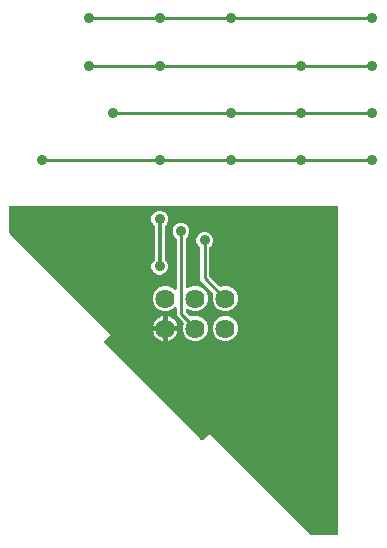
<source format=gbr>
G04 EAGLE Gerber RS-274X export*
G75*
%MOMM*%
%FSLAX34Y34*%
%LPD*%
%INBottom Copper*%
%IPPOS*%
%AMOC8*
5,1,8,0,0,1.08239X$1,22.5*%
G01*
%ADD10C,1.625600*%
%ADD11C,0.904800*%
%ADD12C,1.650000*%
%ADD13C,0.304800*%
%ADD14C,0.254000*%

G36*
X280118Y2556D02*
X280118Y2556D01*
X280237Y2563D01*
X280275Y2576D01*
X280316Y2581D01*
X280426Y2624D01*
X280539Y2661D01*
X280574Y2683D01*
X280611Y2698D01*
X280707Y2767D01*
X280808Y2831D01*
X280836Y2861D01*
X280869Y2884D01*
X280945Y2976D01*
X281026Y3063D01*
X281046Y3098D01*
X281071Y3129D01*
X281122Y3237D01*
X281180Y3341D01*
X281190Y3381D01*
X281207Y3417D01*
X281229Y3534D01*
X281259Y3649D01*
X281263Y3709D01*
X281267Y3729D01*
X281265Y3750D01*
X281269Y3810D01*
X281269Y280000D01*
X281254Y280118D01*
X281247Y280237D01*
X281234Y280275D01*
X281229Y280316D01*
X281186Y280426D01*
X281149Y280539D01*
X281127Y280574D01*
X281112Y280611D01*
X281043Y280707D01*
X280979Y280808D01*
X280949Y280836D01*
X280926Y280869D01*
X280834Y280945D01*
X280747Y281026D01*
X280712Y281046D01*
X280681Y281071D01*
X280573Y281122D01*
X280469Y281180D01*
X280429Y281190D01*
X280393Y281207D01*
X280276Y281229D01*
X280161Y281259D01*
X280101Y281263D01*
X280081Y281267D01*
X280060Y281265D01*
X280000Y281269D01*
X3810Y281269D01*
X3692Y281254D01*
X3573Y281247D01*
X3535Y281234D01*
X3494Y281229D01*
X3384Y281186D01*
X3271Y281149D01*
X3236Y281127D01*
X3199Y281112D01*
X3103Y281043D01*
X3002Y280979D01*
X2974Y280949D01*
X2941Y280926D01*
X2865Y280834D01*
X2784Y280747D01*
X2764Y280712D01*
X2739Y280681D01*
X2688Y280573D01*
X2630Y280469D01*
X2620Y280429D01*
X2603Y280393D01*
X2581Y280276D01*
X2551Y280161D01*
X2547Y280101D01*
X2543Y280081D01*
X2545Y280060D01*
X2541Y280000D01*
X2541Y258578D01*
X2553Y258480D01*
X2556Y258381D01*
X2573Y258323D01*
X2581Y258263D01*
X2617Y258171D01*
X2645Y258075D01*
X2675Y258023D01*
X2698Y257967D01*
X2756Y257887D01*
X2806Y257801D01*
X2872Y257726D01*
X2884Y257710D01*
X2894Y257702D01*
X2912Y257681D01*
X87541Y173052D01*
X87541Y170948D01*
X85681Y169088D01*
X83297Y166703D01*
X83224Y166609D01*
X83145Y166520D01*
X83126Y166484D01*
X83102Y166452D01*
X83054Y166343D01*
X83000Y166237D01*
X82991Y166197D01*
X82975Y166160D01*
X82957Y166043D01*
X82931Y165927D01*
X82932Y165886D01*
X82925Y165846D01*
X82937Y165728D01*
X82940Y165609D01*
X82951Y165570D01*
X82955Y165530D01*
X82996Y165417D01*
X83029Y165303D01*
X83049Y165268D01*
X83063Y165230D01*
X83130Y165132D01*
X83190Y165029D01*
X83230Y164984D01*
X83241Y164967D01*
X83257Y164954D01*
X83297Y164908D01*
X164908Y83297D01*
X165002Y83224D01*
X165092Y83145D01*
X165128Y83126D01*
X165160Y83102D01*
X165269Y83054D01*
X165375Y83000D01*
X165414Y82991D01*
X165452Y82975D01*
X165569Y82957D01*
X165685Y82931D01*
X165726Y82932D01*
X165766Y82925D01*
X165884Y82937D01*
X166003Y82940D01*
X166042Y82951D01*
X166082Y82955D01*
X166194Y82996D01*
X166309Y83029D01*
X166343Y83049D01*
X166382Y83063D01*
X166480Y83130D01*
X166583Y83190D01*
X166628Y83230D01*
X166645Y83241D01*
X166658Y83257D01*
X166703Y83297D01*
X169088Y85681D01*
X170948Y87541D01*
X173052Y87541D01*
X257681Y2912D01*
X257759Y2852D01*
X257831Y2784D01*
X257884Y2755D01*
X257932Y2718D01*
X258023Y2678D01*
X258110Y2630D01*
X258168Y2615D01*
X258224Y2591D01*
X258322Y2576D01*
X258417Y2551D01*
X258518Y2545D01*
X258538Y2541D01*
X258550Y2543D01*
X258578Y2541D01*
X280000Y2541D01*
X280118Y2556D01*
G37*
%LPC*%
G36*
X157878Y166631D02*
X157878Y166631D01*
X153957Y168255D01*
X150955Y171257D01*
X149331Y175178D01*
X149331Y179422D01*
X150137Y181366D01*
X150144Y181395D01*
X150158Y181421D01*
X150186Y181548D01*
X150220Y181673D01*
X150221Y181702D01*
X150227Y181731D01*
X150223Y181861D01*
X150226Y181991D01*
X150219Y182020D01*
X150218Y182049D01*
X150182Y182174D01*
X150151Y182300D01*
X150138Y182326D01*
X150129Y182355D01*
X150063Y182466D01*
X150003Y182581D01*
X149983Y182603D01*
X149968Y182629D01*
X149861Y182749D01*
X144189Y188422D01*
X144189Y194137D01*
X144172Y194275D01*
X144159Y194414D01*
X144152Y194433D01*
X144149Y194453D01*
X144098Y194582D01*
X144051Y194713D01*
X144040Y194730D01*
X144032Y194748D01*
X143951Y194861D01*
X143873Y194976D01*
X143857Y194989D01*
X143846Y195006D01*
X143738Y195095D01*
X143634Y195186D01*
X143616Y195196D01*
X143601Y195209D01*
X143475Y195268D01*
X143351Y195331D01*
X143331Y195335D01*
X143313Y195344D01*
X143176Y195370D01*
X143041Y195401D01*
X143020Y195400D01*
X143001Y195404D01*
X142862Y195395D01*
X142723Y195391D01*
X142703Y195385D01*
X142683Y195384D01*
X142551Y195341D01*
X142417Y195303D01*
X142400Y195292D01*
X142381Y195286D01*
X142263Y195212D01*
X142143Y195141D01*
X142122Y195123D01*
X142112Y195116D01*
X142098Y195101D01*
X142023Y195035D01*
X140643Y193655D01*
X136722Y192031D01*
X132478Y192031D01*
X128557Y193655D01*
X125555Y196657D01*
X123931Y200578D01*
X123931Y204822D01*
X125555Y208743D01*
X128557Y211745D01*
X132478Y213369D01*
X136722Y213369D01*
X140643Y211745D01*
X142023Y210365D01*
X142132Y210280D01*
X142239Y210191D01*
X142258Y210183D01*
X142274Y210170D01*
X142402Y210115D01*
X142527Y210056D01*
X142547Y210052D01*
X142566Y210044D01*
X142704Y210022D01*
X142840Y209996D01*
X142860Y209997D01*
X142880Y209994D01*
X143019Y210007D01*
X143157Y210016D01*
X143176Y210022D01*
X143196Y210024D01*
X143328Y210071D01*
X143459Y210114D01*
X143477Y210125D01*
X143496Y210132D01*
X143611Y210210D01*
X143728Y210284D01*
X143742Y210299D01*
X143759Y210310D01*
X143851Y210414D01*
X143946Y210516D01*
X143956Y210533D01*
X143969Y210549D01*
X144033Y210673D01*
X144100Y210794D01*
X144105Y210814D01*
X144114Y210832D01*
X144144Y210968D01*
X144179Y211102D01*
X144181Y211130D01*
X144184Y211142D01*
X144183Y211163D01*
X144189Y211263D01*
X144189Y253294D01*
X144177Y253392D01*
X144174Y253491D01*
X144157Y253549D01*
X144149Y253609D01*
X144113Y253702D01*
X144085Y253797D01*
X144055Y253849D01*
X144032Y253905D01*
X143974Y253985D01*
X143924Y254071D01*
X143858Y254146D01*
X143846Y254163D01*
X143836Y254170D01*
X143818Y254191D01*
X142011Y255998D01*
X140935Y258595D01*
X140935Y261405D01*
X142011Y264002D01*
X143998Y265989D01*
X146595Y267065D01*
X149405Y267065D01*
X152002Y265989D01*
X153989Y264002D01*
X155065Y261405D01*
X155065Y258595D01*
X153989Y255998D01*
X152182Y254191D01*
X152122Y254113D01*
X152054Y254041D01*
X152025Y253988D01*
X151988Y253940D01*
X151948Y253849D01*
X151900Y253763D01*
X151885Y253704D01*
X151861Y253648D01*
X151846Y253550D01*
X151821Y253455D01*
X151815Y253355D01*
X151811Y253334D01*
X151813Y253322D01*
X151811Y253294D01*
X151811Y212663D01*
X151828Y212525D01*
X151841Y212386D01*
X151848Y212367D01*
X151851Y212347D01*
X151902Y212218D01*
X151949Y212087D01*
X151960Y212070D01*
X151968Y212052D01*
X152049Y211939D01*
X152127Y211824D01*
X152143Y211811D01*
X152154Y211794D01*
X152262Y211706D01*
X152366Y211614D01*
X152384Y211604D01*
X152399Y211591D01*
X152525Y211532D01*
X152649Y211469D01*
X152669Y211464D01*
X152687Y211456D01*
X152823Y211430D01*
X152959Y211399D01*
X152980Y211400D01*
X152999Y211396D01*
X153138Y211405D01*
X153277Y211409D01*
X153297Y211415D01*
X153317Y211416D01*
X153449Y211459D01*
X153583Y211497D01*
X153600Y211508D01*
X153619Y211514D01*
X153737Y211588D01*
X153857Y211659D01*
X153878Y211678D01*
X153888Y211684D01*
X153902Y211699D01*
X153951Y211742D01*
X157878Y213369D01*
X162122Y213369D01*
X166043Y211745D01*
X169045Y208743D01*
X170669Y204822D01*
X170669Y200578D01*
X169045Y196657D01*
X166043Y193655D01*
X162122Y192031D01*
X157878Y192031D01*
X153944Y193661D01*
X153868Y193720D01*
X153761Y193809D01*
X153742Y193817D01*
X153726Y193830D01*
X153598Y193885D01*
X153473Y193944D01*
X153453Y193948D01*
X153434Y193956D01*
X153297Y193978D01*
X153160Y194004D01*
X153140Y194003D01*
X153120Y194006D01*
X152982Y193993D01*
X152843Y193984D01*
X152824Y193978D01*
X152804Y193976D01*
X152673Y193929D01*
X152541Y193886D01*
X152524Y193875D01*
X152504Y193868D01*
X152389Y193790D01*
X152272Y193716D01*
X152258Y193701D01*
X152241Y193690D01*
X152149Y193586D01*
X152054Y193484D01*
X152044Y193467D01*
X152031Y193451D01*
X151967Y193327D01*
X151900Y193206D01*
X151895Y193186D01*
X151886Y193168D01*
X151856Y193032D01*
X151821Y192898D01*
X151819Y192870D01*
X151816Y192858D01*
X151817Y192837D01*
X151811Y192737D01*
X151811Y192104D01*
X151823Y192006D01*
X151826Y191907D01*
X151843Y191849D01*
X151851Y191789D01*
X151887Y191697D01*
X151915Y191601D01*
X151945Y191549D01*
X151968Y191493D01*
X152026Y191413D01*
X152076Y191328D01*
X152142Y191252D01*
X152154Y191236D01*
X152164Y191228D01*
X152182Y191207D01*
X155541Y187849D01*
X155564Y187831D01*
X155583Y187808D01*
X155689Y187733D01*
X155792Y187654D01*
X155819Y187642D01*
X155843Y187625D01*
X155964Y187579D01*
X156084Y187527D01*
X156113Y187523D01*
X156140Y187512D01*
X156269Y187498D01*
X156398Y187478D01*
X156427Y187480D01*
X156457Y187477D01*
X156585Y187495D01*
X156714Y187507D01*
X156742Y187517D01*
X156771Y187521D01*
X156924Y187574D01*
X157878Y187969D01*
X162122Y187969D01*
X166043Y186345D01*
X169045Y183343D01*
X170669Y179422D01*
X170669Y175178D01*
X169045Y171257D01*
X166043Y168255D01*
X162122Y166631D01*
X157878Y166631D01*
G37*
%LPD*%
%LPC*%
G36*
X183278Y192031D02*
X183278Y192031D01*
X179357Y193655D01*
X176355Y196657D01*
X174731Y200578D01*
X174731Y204822D01*
X175331Y206271D01*
X175339Y206300D01*
X175353Y206326D01*
X175381Y206453D01*
X175415Y206578D01*
X175416Y206607D01*
X175422Y206636D01*
X175418Y206766D01*
X175420Y206896D01*
X175414Y206925D01*
X175413Y206954D01*
X175377Y207079D01*
X175346Y207205D01*
X175332Y207231D01*
X175324Y207260D01*
X175258Y207371D01*
X175198Y207486D01*
X175178Y207508D01*
X175163Y207534D01*
X175056Y207654D01*
X164189Y218522D01*
X164189Y245294D01*
X164177Y245392D01*
X164174Y245491D01*
X164157Y245549D01*
X164149Y245609D01*
X164113Y245702D01*
X164085Y245797D01*
X164055Y245849D01*
X164032Y245905D01*
X163974Y245985D01*
X163924Y246071D01*
X163858Y246146D01*
X163846Y246163D01*
X163836Y246170D01*
X163818Y246191D01*
X162011Y247998D01*
X160935Y250595D01*
X160935Y253405D01*
X162011Y256002D01*
X163998Y257989D01*
X166595Y259065D01*
X169405Y259065D01*
X172002Y257989D01*
X173989Y256002D01*
X175065Y253405D01*
X175065Y250595D01*
X173989Y247998D01*
X172182Y246191D01*
X172122Y246113D01*
X172054Y246041D01*
X172025Y245988D01*
X171988Y245940D01*
X171948Y245849D01*
X171900Y245763D01*
X171885Y245704D01*
X171861Y245648D01*
X171846Y245550D01*
X171821Y245455D01*
X171815Y245355D01*
X171811Y245334D01*
X171813Y245322D01*
X171811Y245294D01*
X171811Y222204D01*
X171823Y222106D01*
X171826Y222007D01*
X171843Y221949D01*
X171851Y221889D01*
X171887Y221797D01*
X171915Y221701D01*
X171945Y221649D01*
X171968Y221593D01*
X172026Y221513D01*
X172076Y221428D01*
X172142Y221352D01*
X172154Y221336D01*
X172164Y221328D01*
X172182Y221307D01*
X180446Y213044D01*
X180469Y213026D01*
X180488Y213003D01*
X180594Y212928D01*
X180697Y212849D01*
X180724Y212837D01*
X180748Y212820D01*
X180869Y212774D01*
X180989Y212722D01*
X181018Y212718D01*
X181045Y212707D01*
X181174Y212693D01*
X181303Y212673D01*
X181332Y212675D01*
X181362Y212672D01*
X181490Y212690D01*
X181619Y212702D01*
X181647Y212712D01*
X181676Y212716D01*
X181829Y212769D01*
X183278Y213369D01*
X187522Y213369D01*
X191443Y211745D01*
X194445Y208743D01*
X196069Y204822D01*
X196069Y200578D01*
X194445Y196657D01*
X191443Y193655D01*
X187522Y192031D01*
X183278Y192031D01*
G37*
%LPD*%
%LPC*%
G36*
X128595Y222935D02*
X128595Y222935D01*
X125998Y224011D01*
X124011Y225998D01*
X122935Y228595D01*
X122935Y231405D01*
X124011Y234002D01*
X125564Y235555D01*
X125624Y235633D01*
X125692Y235705D01*
X125721Y235758D01*
X125758Y235806D01*
X125798Y235897D01*
X125846Y235983D01*
X125861Y236042D01*
X125885Y236098D01*
X125900Y236196D01*
X125925Y236291D01*
X125931Y236391D01*
X125935Y236412D01*
X125933Y236424D01*
X125935Y236452D01*
X125935Y263548D01*
X125923Y263646D01*
X125920Y263745D01*
X125903Y263803D01*
X125895Y263863D01*
X125859Y263956D01*
X125831Y264051D01*
X125801Y264103D01*
X125778Y264159D01*
X125720Y264239D01*
X125670Y264325D01*
X125604Y264400D01*
X125592Y264417D01*
X125582Y264424D01*
X125564Y264445D01*
X124011Y265998D01*
X122935Y268595D01*
X122935Y271405D01*
X124011Y274002D01*
X125998Y275989D01*
X128595Y277065D01*
X131405Y277065D01*
X134002Y275989D01*
X135989Y274002D01*
X137065Y271405D01*
X137065Y268595D01*
X135989Y265998D01*
X134436Y264445D01*
X134376Y264367D01*
X134308Y264295D01*
X134279Y264242D01*
X134242Y264194D01*
X134202Y264103D01*
X134154Y264017D01*
X134139Y263958D01*
X134115Y263902D01*
X134100Y263804D01*
X134075Y263709D01*
X134069Y263609D01*
X134065Y263588D01*
X134067Y263576D01*
X134065Y263548D01*
X134065Y236452D01*
X134077Y236354D01*
X134080Y236255D01*
X134097Y236197D01*
X134105Y236137D01*
X134141Y236044D01*
X134169Y235949D01*
X134199Y235897D01*
X134222Y235841D01*
X134280Y235761D01*
X134330Y235675D01*
X134396Y235600D01*
X134408Y235583D01*
X134418Y235576D01*
X134436Y235555D01*
X135989Y234002D01*
X137065Y231405D01*
X137065Y228595D01*
X135989Y225998D01*
X134002Y224011D01*
X131405Y222935D01*
X128595Y222935D01*
G37*
%LPD*%
%LPC*%
G36*
X183278Y166631D02*
X183278Y166631D01*
X179357Y168255D01*
X176355Y171257D01*
X174731Y175178D01*
X174731Y179422D01*
X176355Y183343D01*
X179357Y186345D01*
X183278Y187969D01*
X187522Y187969D01*
X191443Y186345D01*
X194445Y183343D01*
X196069Y179422D01*
X196069Y175178D01*
X194445Y171257D01*
X191443Y168255D01*
X187522Y166631D01*
X183278Y166631D01*
G37*
%LPD*%
%LPC*%
G36*
X136849Y179549D02*
X136849Y179549D01*
X136849Y187745D01*
X137098Y187706D01*
X138695Y187187D01*
X140192Y186425D01*
X141387Y185556D01*
X141388Y185556D01*
X141550Y185438D01*
X142738Y184250D01*
X143725Y182892D01*
X144487Y181395D01*
X145006Y179798D01*
X145045Y179549D01*
X136849Y179549D01*
G37*
%LPD*%
%LPC*%
G36*
X124155Y179549D02*
X124155Y179549D01*
X124194Y179798D01*
X124713Y181395D01*
X125475Y182892D01*
X126462Y184250D01*
X127650Y185438D01*
X129008Y186425D01*
X130505Y187187D01*
X132102Y187706D01*
X132351Y187745D01*
X132351Y179549D01*
X124155Y179549D01*
G37*
%LPD*%
%LPC*%
G36*
X136849Y175051D02*
X136849Y175051D01*
X145045Y175051D01*
X145006Y174802D01*
X144487Y173205D01*
X143725Y171708D01*
X142738Y170350D01*
X141550Y169162D01*
X140192Y168175D01*
X138695Y167413D01*
X137098Y166894D01*
X136849Y166855D01*
X136849Y175051D01*
G37*
%LPD*%
%LPC*%
G36*
X132102Y166894D02*
X132102Y166894D01*
X130505Y167413D01*
X129008Y168175D01*
X127650Y169162D01*
X126462Y170350D01*
X125475Y171708D01*
X124713Y173205D01*
X124194Y174802D01*
X124155Y175051D01*
X132351Y175051D01*
X132351Y166855D01*
X132102Y166894D01*
G37*
%LPD*%
D10*
X160000Y202700D03*
X160000Y177300D03*
X185400Y177300D03*
X185400Y202700D03*
X134600Y202700D03*
X134600Y177300D03*
D11*
X255000Y200000D03*
D12*
X110000Y160000D03*
D11*
X180000Y270000D03*
X130000Y230000D03*
D13*
X130000Y270000D01*
D11*
X130000Y270000D03*
X30000Y320000D03*
D14*
X130000Y320000D01*
D11*
X310000Y320000D03*
D14*
X190000Y320000D02*
X130000Y320000D01*
X190000Y320000D02*
X250000Y320000D01*
X310000Y320000D01*
D11*
X250000Y320000D03*
X130000Y320000D03*
X190000Y320000D03*
X70000Y440000D03*
D14*
X130000Y440000D01*
D11*
X310000Y440000D03*
D14*
X190000Y440000D02*
X130000Y440000D01*
X190000Y440000D02*
X310000Y440000D01*
D11*
X130000Y440000D03*
X190000Y440000D03*
X70000Y400000D03*
D14*
X130000Y400000D01*
D11*
X310000Y400000D03*
D14*
X250000Y400000D02*
X130000Y400000D01*
X250000Y400000D02*
X310000Y400000D01*
D11*
X130000Y400000D03*
X250000Y400000D03*
X310000Y360000D03*
D14*
X250000Y360000D01*
X230000Y360000D02*
X190000Y360000D01*
X90000Y360000D01*
X89500Y360000D01*
D11*
X90000Y360000D03*
X190000Y360000D03*
X250000Y360000D03*
D14*
X230000Y360000D01*
X160000Y178000D02*
X160000Y177300D01*
X160000Y178000D02*
X148000Y190000D01*
X148000Y260000D01*
D11*
X148000Y260000D03*
X168000Y252000D03*
D14*
X168000Y220100D01*
X185400Y202700D01*
M02*

</source>
